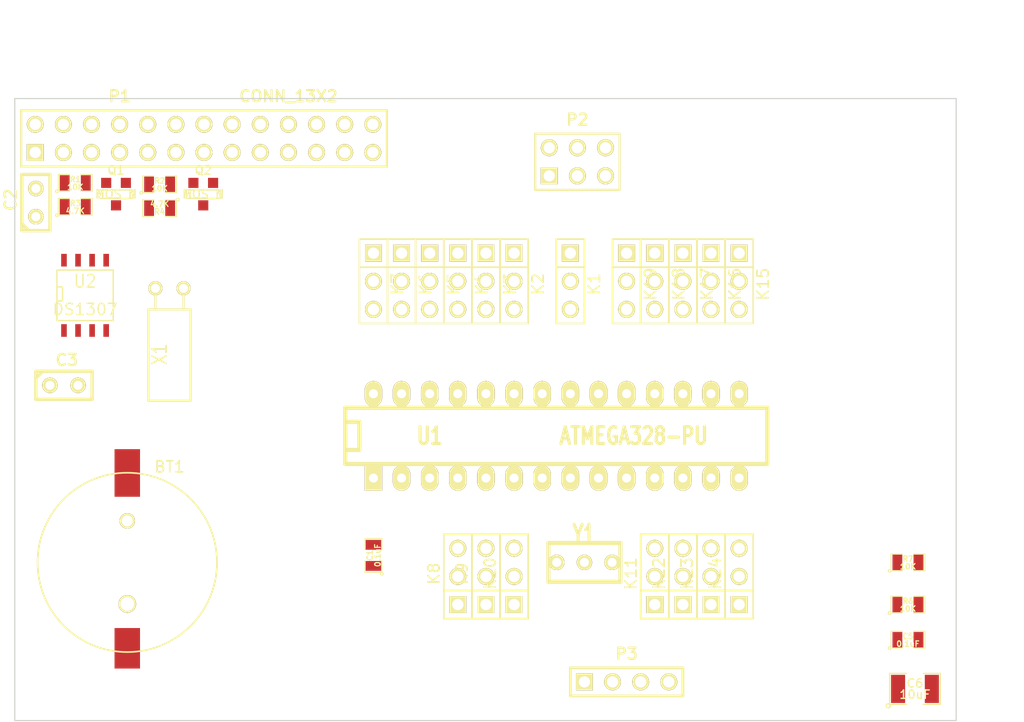
<source format=kicad_pcb>
(kicad_pcb (version 3) (host pcbnew "(2013-05-31 BZR 4019)-stable")

  (general
    (links 101)
    (no_connects 101)
    (area -1.2446 -8.549999 95.1 56.250001)
    (thickness 1.6)
    (drawings 6)
    (tracks 0)
    (zones 0)
    (modules 40)
    (nets 36)
  )

  (page A3)
  (layers
    (15 F.Cu signal)
    (0 B.Cu signal)
    (16 B.Adhes user)
    (17 F.Adhes user)
    (18 B.Paste user)
    (19 F.Paste user)
    (20 B.SilkS user)
    (21 F.SilkS user)
    (22 B.Mask user)
    (23 F.Mask user)
    (26 Eco1.User user)
    (28 Edge.Cuts user)
  )

  (setup
    (last_trace_width 0.254)
    (trace_clearance 0.254)
    (zone_clearance 0.508)
    (zone_45_only no)
    (trace_min 0.254)
    (segment_width 0.2)
    (edge_width 0.1)
    (via_size 0.889)
    (via_drill 0.635)
    (via_min_size 0.889)
    (via_min_drill 0.508)
    (uvia_size 0.508)
    (uvia_drill 0.127)
    (uvias_allowed no)
    (uvia_min_size 0.508)
    (uvia_min_drill 0.127)
    (pcb_text_width 0.3)
    (pcb_text_size 1.5 1.5)
    (mod_edge_width 0.15)
    (mod_text_size 1 1)
    (mod_text_width 0.15)
    (pad_size 1.5 1.5)
    (pad_drill 0.6)
    (pad_to_mask_clearance 0)
    (aux_axis_origin 0 0)
    (visible_elements FFFFFFBF)
    (pcbplotparams
      (layerselection 3178497)
      (usegerberextensions true)
      (excludeedgelayer true)
      (linewidth 0.150000)
      (plotframeref false)
      (viasonmask false)
      (mode 1)
      (useauxorigin false)
      (hpglpennumber 1)
      (hpglpenspeed 20)
      (hpglpendiameter 15)
      (hpglpenoverlay 2)
      (psnegative false)
      (psa4output false)
      (plotreference true)
      (plotvalue true)
      (plotothertext true)
      (plotinvisibletext false)
      (padsonsilk false)
      (subtractmaskfromsilk false)
      (outputformat 1)
      (mirror false)
      (drillshape 1)
      (scaleselection 1)
      (outputdirectory ""))
  )

  (net 0 "")
  (net 1 +3.3V)
  (net 2 +5V)
  (net 3 /Microprocessor/AD0)
  (net 4 /Microprocessor/AD1)
  (net 5 /Microprocessor/AD2)
  (net 6 /Microprocessor/AD3)
  (net 7 /Microprocessor/AD4)
  (net 8 /Microprocessor/AD5)
  (net 9 /Microprocessor/ARDRX)
  (net 10 /Microprocessor/ARDTX)
  (net 11 /Microprocessor/AREF)
  (net 12 /Microprocessor/D10)
  (net 13 /Microprocessor/D11)
  (net 14 /Microprocessor/D12)
  (net 15 /Microprocessor/D13)
  (net 16 /Microprocessor/D2)
  (net 17 /Microprocessor/D3)
  (net 18 /Microprocessor/D4)
  (net 19 /Microprocessor/D5)
  (net 20 /Microprocessor/D6)
  (net 21 /Microprocessor/D7)
  (net 22 /Microprocessor/D8)
  (net 23 /Microprocessor/D9)
  (net 24 /Microprocessor/RES0)
  (net 25 /Microprocessor/RES1)
  (net 26 /RTC/SCLK)
  (net 27 /RTC/SDA)
  (net 28 "/TxRx Transl/PIRX")
  (net 29 "/TxRx Transl/PITX")
  (net 30 GND)
  (net 31 N-0000056)
  (net 32 N-0000057)
  (net 33 N-0000058)
  (net 34 N-0000060)
  (net 35 N-0000061)

  (net_class Default "This is the default net class."
    (clearance 0.254)
    (trace_width 0.254)
    (via_dia 0.889)
    (via_drill 0.635)
    (uvia_dia 0.508)
    (uvia_drill 0.127)
    (add_net "")
    (add_net +3.3V)
    (add_net +5V)
    (add_net /Microprocessor/AD0)
    (add_net /Microprocessor/AD1)
    (add_net /Microprocessor/AD2)
    (add_net /Microprocessor/AD3)
    (add_net /Microprocessor/AD4)
    (add_net /Microprocessor/AD5)
    (add_net /Microprocessor/ARDRX)
    (add_net /Microprocessor/ARDTX)
    (add_net /Microprocessor/AREF)
    (add_net /Microprocessor/D10)
    (add_net /Microprocessor/D11)
    (add_net /Microprocessor/D12)
    (add_net /Microprocessor/D13)
    (add_net /Microprocessor/D2)
    (add_net /Microprocessor/D3)
    (add_net /Microprocessor/D4)
    (add_net /Microprocessor/D5)
    (add_net /Microprocessor/D6)
    (add_net /Microprocessor/D7)
    (add_net /Microprocessor/D8)
    (add_net /Microprocessor/D9)
    (add_net /Microprocessor/RES0)
    (add_net /Microprocessor/RES1)
    (add_net /RTC/SCLK)
    (add_net /RTC/SDA)
    (add_net "/TxRx Transl/PIRX")
    (add_net "/TxRx Transl/PITX")
    (add_net GND)
    (add_net N-0000056)
    (add_net N-0000057)
    (add_net N-0000058)
    (add_net N-0000060)
    (add_net N-0000061)
  )

  (module C1 (layer F.Cu) (tedit 3F92C496) (tstamp 5352BD61)
    (at 4.445 25.908)
    (descr "Condensateur e = 1 pas")
    (tags C)
    (path /53528EFF/5243451C)
    (fp_text reference C3 (at 0.254 -2.286) (layer F.SilkS)
      (effects (font (size 1.016 1.016) (thickness 0.2032)))
    )
    (fp_text value 0.1uF (at 0 -2.286) (layer F.SilkS) hide
      (effects (font (size 1.016 1.016) (thickness 0.2032)))
    )
    (fp_line (start -2.4892 -1.27) (end 2.54 -1.27) (layer F.SilkS) (width 0.3048))
    (fp_line (start 2.54 -1.27) (end 2.54 1.27) (layer F.SilkS) (width 0.3048))
    (fp_line (start 2.54 1.27) (end -2.54 1.27) (layer F.SilkS) (width 0.3048))
    (fp_line (start -2.54 1.27) (end -2.54 -1.27) (layer F.SilkS) (width 0.3048))
    (fp_line (start -2.54 -0.635) (end -1.905 -1.27) (layer F.SilkS) (width 0.3048))
    (pad 1 thru_hole circle (at -1.27 0) (size 1.397 1.397) (drill 0.8128)
      (layers *.Cu *.Mask F.SilkS)
      (net 2 +5V)
    )
    (pad 2 thru_hole circle (at 1.27 0) (size 1.397 1.397) (drill 0.8128)
      (layers *.Cu *.Mask F.SilkS)
      (net 30 GND)
    )
    (model discret/capa_1_pas.wrl
      (at (xyz 0 0 0))
      (scale (xyz 1 1 1))
      (rotate (xyz 0 0 0))
    )
  )

  (module C1 (layer F.Cu) (tedit 3F92C496) (tstamp 5352BD6C)
    (at 1.905 9.398 90)
    (descr "Condensateur e = 1 pas")
    (tags C)
    (path /53528EFF/4FF58BD9)
    (fp_text reference C2 (at 0.254 -2.286 90) (layer F.SilkS)
      (effects (font (size 1.016 1.016) (thickness 0.2032)))
    )
    (fp_text value 0.1uF (at 0 -2.286 90) (layer F.SilkS) hide
      (effects (font (size 1.016 1.016) (thickness 0.2032)))
    )
    (fp_line (start -2.4892 -1.27) (end 2.54 -1.27) (layer F.SilkS) (width 0.3048))
    (fp_line (start 2.54 -1.27) (end 2.54 1.27) (layer F.SilkS) (width 0.3048))
    (fp_line (start 2.54 1.27) (end -2.54 1.27) (layer F.SilkS) (width 0.3048))
    (fp_line (start -2.54 1.27) (end -2.54 -1.27) (layer F.SilkS) (width 0.3048))
    (fp_line (start -2.54 -0.635) (end -1.905 -1.27) (layer F.SilkS) (width 0.3048))
    (pad 1 thru_hole circle (at -1.27 0 90) (size 1.397 1.397) (drill 0.8128)
      (layers *.Cu *.Mask F.SilkS)
    )
    (pad 2 thru_hole circle (at 1.27 0 90) (size 1.397 1.397) (drill 0.8128)
      (layers *.Cu *.Mask F.SilkS)
      (net 31 N-0000056)
    )
    (model discret/capa_1_pas.wrl
      (at (xyz 0 0 0))
      (scale (xyz 1 1 1))
      (rotate (xyz 0 0 0))
    )
  )

  (module SOT23GDS (layer F.Cu) (tedit 50911E03) (tstamp 5353192E)
    (at 9.144 8.636)
    (descr "Module CMS SOT23 Transistore EBC")
    (tags "CMS SOT")
    (path /53528B14/5352872A)
    (attr smd)
    (fp_text reference Q1 (at 0 -2.159) (layer F.SilkS)
      (effects (font (size 0.762 0.762) (thickness 0.12954)))
    )
    (fp_text value MOS_N (at 0 0) (layer F.SilkS)
      (effects (font (size 0.762 0.762) (thickness 0.12954)))
    )
    (fp_line (start -1.524 -0.381) (end 1.524 -0.381) (layer F.SilkS) (width 0.11938))
    (fp_line (start 1.524 -0.381) (end 1.524 0.381) (layer F.SilkS) (width 0.11938))
    (fp_line (start 1.524 0.381) (end -1.524 0.381) (layer F.SilkS) (width 0.11938))
    (fp_line (start -1.524 0.381) (end -1.524 -0.381) (layer F.SilkS) (width 0.11938))
    (pad S smd rect (at -0.889 -1.016) (size 0.9144 0.9144)
      (layers F.Cu F.Paste F.Mask)
      (net 29 "/TxRx Transl/PITX")
    )
    (pad G smd rect (at 0.889 -1.016) (size 0.9144 0.9144)
      (layers F.Cu F.Paste F.Mask)
      (net 1 +3.3V)
    )
    (pad D smd rect (at 0 1.016) (size 0.9144 0.9144)
      (layers F.Cu F.Paste F.Mask)
      (net 9 /Microprocessor/ARDRX)
    )
    (model smd/cms_sot23.wrl
      (at (xyz 0 0 0))
      (scale (xyz 0.13 0.15 0.15))
      (rotate (xyz 0 0 0))
    )
  )

  (module SOT23GDS (layer F.Cu) (tedit 50911E03) (tstamp 53531939)
    (at 17.018 8.636)
    (descr "Module CMS SOT23 Transistore EBC")
    (tags "CMS SOT")
    (path /53528B14/535287CB)
    (attr smd)
    (fp_text reference Q2 (at 0 -2.159) (layer F.SilkS)
      (effects (font (size 0.762 0.762) (thickness 0.12954)))
    )
    (fp_text value MOS_N (at 0 0) (layer F.SilkS)
      (effects (font (size 0.762 0.762) (thickness 0.12954)))
    )
    (fp_line (start -1.524 -0.381) (end 1.524 -0.381) (layer F.SilkS) (width 0.11938))
    (fp_line (start 1.524 -0.381) (end 1.524 0.381) (layer F.SilkS) (width 0.11938))
    (fp_line (start 1.524 0.381) (end -1.524 0.381) (layer F.SilkS) (width 0.11938))
    (fp_line (start -1.524 0.381) (end -1.524 -0.381) (layer F.SilkS) (width 0.11938))
    (pad S smd rect (at -0.889 -1.016) (size 0.9144 0.9144)
      (layers F.Cu F.Paste F.Mask)
      (net 28 "/TxRx Transl/PIRX")
    )
    (pad G smd rect (at 0.889 -1.016) (size 0.9144 0.9144)
      (layers F.Cu F.Paste F.Mask)
      (net 1 +3.3V)
    )
    (pad D smd rect (at 0 1.016) (size 0.9144 0.9144)
      (layers F.Cu F.Paste F.Mask)
      (net 10 /Microprocessor/ARDTX)
    )
    (model smd/cms_sot23.wrl
      (at (xyz 0 0 0))
      (scale (xyz 0.13 0.15 0.15))
      (rotate (xyz 0 0 0))
    )
  )

  (module SM0805 (layer F.Cu) (tedit 5091495C) (tstamp 53531946)
    (at 5.461 7.62)
    (path /53528B14/5352878D)
    (attr smd)
    (fp_text reference R1 (at 0 -0.3175) (layer F.SilkS)
      (effects (font (size 0.50038 0.50038) (thickness 0.10922)))
    )
    (fp_text value 10K (at 0 0.381) (layer F.SilkS)
      (effects (font (size 0.50038 0.50038) (thickness 0.10922)))
    )
    (fp_circle (center -1.651 0.762) (end -1.651 0.635) (layer F.SilkS) (width 0.09906))
    (fp_line (start -0.508 0.762) (end -1.524 0.762) (layer F.SilkS) (width 0.09906))
    (fp_line (start -1.524 0.762) (end -1.524 -0.762) (layer F.SilkS) (width 0.09906))
    (fp_line (start -1.524 -0.762) (end -0.508 -0.762) (layer F.SilkS) (width 0.09906))
    (fp_line (start 0.508 -0.762) (end 1.524 -0.762) (layer F.SilkS) (width 0.09906))
    (fp_line (start 1.524 -0.762) (end 1.524 0.762) (layer F.SilkS) (width 0.09906))
    (fp_line (start 1.524 0.762) (end 0.508 0.762) (layer F.SilkS) (width 0.09906))
    (pad 1 smd rect (at -0.9525 0) (size 0.889 1.397)
      (layers F.Cu F.Paste F.Mask)
      (net 1 +3.3V)
    )
    (pad 2 smd rect (at 0.9525 0) (size 0.889 1.397)
      (layers F.Cu F.Paste F.Mask)
      (net 29 "/TxRx Transl/PITX")
    )
    (model smd/chip_cms.wrl
      (at (xyz 0 0 0))
      (scale (xyz 0.1 0.1 0.1))
      (rotate (xyz 0 0 0))
    )
  )

  (module SM0805 (layer F.Cu) (tedit 5091495C) (tstamp 53531953)
    (at 5.461 9.779)
    (path /53528B14/5352879C)
    (attr smd)
    (fp_text reference R3 (at 0 -0.3175) (layer F.SilkS)
      (effects (font (size 0.50038 0.50038) (thickness 0.10922)))
    )
    (fp_text value 4.7K (at 0 0.381) (layer F.SilkS)
      (effects (font (size 0.50038 0.50038) (thickness 0.10922)))
    )
    (fp_circle (center -1.651 0.762) (end -1.651 0.635) (layer F.SilkS) (width 0.09906))
    (fp_line (start -0.508 0.762) (end -1.524 0.762) (layer F.SilkS) (width 0.09906))
    (fp_line (start -1.524 0.762) (end -1.524 -0.762) (layer F.SilkS) (width 0.09906))
    (fp_line (start -1.524 -0.762) (end -0.508 -0.762) (layer F.SilkS) (width 0.09906))
    (fp_line (start 0.508 -0.762) (end 1.524 -0.762) (layer F.SilkS) (width 0.09906))
    (fp_line (start 1.524 -0.762) (end 1.524 0.762) (layer F.SilkS) (width 0.09906))
    (fp_line (start 1.524 0.762) (end 0.508 0.762) (layer F.SilkS) (width 0.09906))
    (pad 1 smd rect (at -0.9525 0) (size 0.889 1.397)
      (layers F.Cu F.Paste F.Mask)
      (net 2 +5V)
    )
    (pad 2 smd rect (at 0.9525 0) (size 0.889 1.397)
      (layers F.Cu F.Paste F.Mask)
      (net 9 /Microprocessor/ARDRX)
    )
    (model smd/chip_cms.wrl
      (at (xyz 0 0 0))
      (scale (xyz 0.1 0.1 0.1))
      (rotate (xyz 0 0 0))
    )
  )

  (module SM0805 (layer F.Cu) (tedit 5091495C) (tstamp 53531960)
    (at 13.081 7.747)
    (path /53528B14/535287D5)
    (attr smd)
    (fp_text reference R2 (at 0 -0.3175) (layer F.SilkS)
      (effects (font (size 0.50038 0.50038) (thickness 0.10922)))
    )
    (fp_text value 10K (at 0 0.381) (layer F.SilkS)
      (effects (font (size 0.50038 0.50038) (thickness 0.10922)))
    )
    (fp_circle (center -1.651 0.762) (end -1.651 0.635) (layer F.SilkS) (width 0.09906))
    (fp_line (start -0.508 0.762) (end -1.524 0.762) (layer F.SilkS) (width 0.09906))
    (fp_line (start -1.524 0.762) (end -1.524 -0.762) (layer F.SilkS) (width 0.09906))
    (fp_line (start -1.524 -0.762) (end -0.508 -0.762) (layer F.SilkS) (width 0.09906))
    (fp_line (start 0.508 -0.762) (end 1.524 -0.762) (layer F.SilkS) (width 0.09906))
    (fp_line (start 1.524 -0.762) (end 1.524 0.762) (layer F.SilkS) (width 0.09906))
    (fp_line (start 1.524 0.762) (end 0.508 0.762) (layer F.SilkS) (width 0.09906))
    (pad 1 smd rect (at -0.9525 0) (size 0.889 1.397)
      (layers F.Cu F.Paste F.Mask)
      (net 1 +3.3V)
    )
    (pad 2 smd rect (at 0.9525 0) (size 0.889 1.397)
      (layers F.Cu F.Paste F.Mask)
      (net 28 "/TxRx Transl/PIRX")
    )
    (model smd/chip_cms.wrl
      (at (xyz 0 0 0))
      (scale (xyz 0.1 0.1 0.1))
      (rotate (xyz 0 0 0))
    )
  )

  (module SM0805 (layer F.Cu) (tedit 5091495C) (tstamp 5353196D)
    (at 13.081 9.906 180)
    (path /53528B14/535287DB)
    (attr smd)
    (fp_text reference R4 (at 0 -0.3175 180) (layer F.SilkS)
      (effects (font (size 0.50038 0.50038) (thickness 0.10922)))
    )
    (fp_text value 4.7K (at 0 0.381 180) (layer F.SilkS)
      (effects (font (size 0.50038 0.50038) (thickness 0.10922)))
    )
    (fp_circle (center -1.651 0.762) (end -1.651 0.635) (layer F.SilkS) (width 0.09906))
    (fp_line (start -0.508 0.762) (end -1.524 0.762) (layer F.SilkS) (width 0.09906))
    (fp_line (start -1.524 0.762) (end -1.524 -0.762) (layer F.SilkS) (width 0.09906))
    (fp_line (start -1.524 -0.762) (end -0.508 -0.762) (layer F.SilkS) (width 0.09906))
    (fp_line (start 0.508 -0.762) (end 1.524 -0.762) (layer F.SilkS) (width 0.09906))
    (fp_line (start 1.524 -0.762) (end 1.524 0.762) (layer F.SilkS) (width 0.09906))
    (fp_line (start 1.524 0.762) (end 0.508 0.762) (layer F.SilkS) (width 0.09906))
    (pad 1 smd rect (at -0.9525 0 180) (size 0.889 1.397)
      (layers F.Cu F.Paste F.Mask)
      (net 10 /Microprocessor/ARDTX)
    )
    (pad 2 smd rect (at 0.9525 0 180) (size 0.889 1.397)
      (layers F.Cu F.Paste F.Mask)
      (net 2 +5V)
    )
    (model smd/chip_cms.wrl
      (at (xyz 0 0 0))
      (scale (xyz 0.1 0.1 0.1))
      (rotate (xyz 0 0 0))
    )
  )

  (module pin_array_13x2   locked (layer F.Cu) (tedit 5031D825) (tstamp 53531AA9)
    (at 17.09 3.6)
    (descr "2 x 13 pins connector")
    (tags CONN)
    (path /53529E25)
    (fp_text reference P1 (at -7.62 -3.81) (layer F.SilkS)
      (effects (font (size 1.016 1.016) (thickness 0.2032)))
    )
    (fp_text value CONN_13X2 (at 7.62 -3.81) (layer F.SilkS)
      (effects (font (size 1.016 1.016) (thickness 0.2032)))
    )
    (fp_line (start -16.51 2.54) (end 16.51 2.54) (layer F.SilkS) (width 0.2032))
    (fp_line (start 16.51 -2.54) (end -16.51 -2.54) (layer F.SilkS) (width 0.2032))
    (fp_line (start -16.51 -2.54) (end -16.51 2.54) (layer F.SilkS) (width 0.2032))
    (fp_line (start 16.51 2.54) (end 16.51 -2.54) (layer F.SilkS) (width 0.2032))
    (pad 1 thru_hole rect (at -15.24 1.27) (size 1.524 1.524) (drill 1.016)
      (layers *.Cu *.Mask F.SilkS)
      (net 1 +3.3V)
    )
    (pad 2 thru_hole circle (at -15.24 -1.27) (size 1.524 1.524) (drill 1.016)
      (layers *.Cu *.Mask F.SilkS)
      (net 2 +5V)
    )
    (pad 3 thru_hole circle (at -12.7 1.27) (size 1.524 1.524) (drill 1.016)
      (layers *.Cu *.Mask F.SilkS)
    )
    (pad 4 thru_hole circle (at -12.7 -1.27) (size 1.524 1.524) (drill 1.016)
      (layers *.Cu *.Mask F.SilkS)
    )
    (pad 5 thru_hole circle (at -10.16 1.27) (size 1.524 1.524) (drill 1.016)
      (layers *.Cu *.Mask F.SilkS)
    )
    (pad 6 thru_hole circle (at -10.16 -1.27) (size 1.524 1.524) (drill 1.016)
      (layers *.Cu *.Mask F.SilkS)
    )
    (pad 7 thru_hole circle (at -7.62 1.27) (size 1.524 1.524) (drill 1.016)
      (layers *.Cu *.Mask F.SilkS)
    )
    (pad 8 thru_hole circle (at -7.62 -1.27) (size 1.524 1.524) (drill 1.016)
      (layers *.Cu *.Mask F.SilkS)
      (net 29 "/TxRx Transl/PITX")
    )
    (pad 9 thru_hole circle (at -5.08 1.27) (size 1.524 1.524) (drill 1.016)
      (layers *.Cu *.Mask F.SilkS)
    )
    (pad 10 thru_hole circle (at -5.08 -1.27) (size 1.524 1.524) (drill 1.016)
      (layers *.Cu *.Mask F.SilkS)
      (net 28 "/TxRx Transl/PIRX")
    )
    (pad 11 thru_hole circle (at -2.54 1.27) (size 1.524 1.524) (drill 1.016)
      (layers *.Cu *.Mask F.SilkS)
    )
    (pad 12 thru_hole circle (at -2.54 -1.27) (size 1.524 1.524) (drill 1.016)
      (layers *.Cu *.Mask F.SilkS)
    )
    (pad 13 thru_hole circle (at 0 1.27) (size 1.524 1.524) (drill 1.016)
      (layers *.Cu *.Mask F.SilkS)
    )
    (pad 14 thru_hole circle (at 0 -1.27) (size 1.524 1.524) (drill 1.016)
      (layers *.Cu *.Mask F.SilkS)
    )
    (pad 15 thru_hole circle (at 2.54 1.27) (size 1.524 1.524) (drill 1.016)
      (layers *.Cu *.Mask F.SilkS)
    )
    (pad 16 thru_hole circle (at 2.54 -1.27) (size 1.524 1.524) (drill 1.016)
      (layers *.Cu *.Mask F.SilkS)
    )
    (pad 17 thru_hole circle (at 5.08 1.27) (size 1.524 1.524) (drill 1.016)
      (layers *.Cu *.Mask F.SilkS)
    )
    (pad 18 thru_hole circle (at 5.08 -1.27) (size 1.524 1.524) (drill 1.016)
      (layers *.Cu *.Mask F.SilkS)
    )
    (pad 19 thru_hole circle (at 7.62 1.27) (size 1.524 1.524) (drill 1.016)
      (layers *.Cu *.Mask F.SilkS)
    )
    (pad 20 thru_hole circle (at 7.62 -1.27) (size 1.524 1.524) (drill 1.016)
      (layers *.Cu *.Mask F.SilkS)
    )
    (pad 21 thru_hole circle (at 10.16 1.27) (size 1.524 1.524) (drill 1.016)
      (layers *.Cu *.Mask F.SilkS)
    )
    (pad 22 thru_hole circle (at 10.16 -1.27) (size 1.524 1.524) (drill 1.016)
      (layers *.Cu *.Mask F.SilkS)
    )
    (pad 23 thru_hole circle (at 12.7 1.27) (size 1.524 1.524) (drill 1.016)
      (layers *.Cu *.Mask F.SilkS)
    )
    (pad 24 thru_hole circle (at 12.7 -1.27) (size 1.524 1.524) (drill 1.016)
      (layers *.Cu *.Mask F.SilkS)
    )
    (pad 25 thru_hole circle (at 15.24 1.27) (size 1.524 1.524) (drill 1.016)
      (layers *.Cu *.Mask F.SilkS)
    )
    (pad 26 thru_hole circle (at 15.24 -1.27) (size 1.524 1.524) (drill 1.016)
      (layers *.Cu *.Mask F.SilkS)
    )
    (model pin_array/pins_array_13x2.wrl
      (at (xyz 0 0 0))
      (scale (xyz 1 1 1))
      (rotate (xyz 0 0 0))
    )
  )

  (module SM0805 (layer F.Cu) (tedit 5091495C) (tstamp 535358BC)
    (at 32.385 41.275 90)
    (path /53528EFF/524344FB)
    (attr smd)
    (fp_text reference C1 (at 0 -0.3175 90) (layer F.SilkS)
      (effects (font (size 0.50038 0.50038) (thickness 0.10922)))
    )
    (fp_text value 0.1uF (at 0 0.381 90) (layer F.SilkS)
      (effects (font (size 0.50038 0.50038) (thickness 0.10922)))
    )
    (fp_circle (center -1.651 0.762) (end -1.651 0.635) (layer F.SilkS) (width 0.09906))
    (fp_line (start -0.508 0.762) (end -1.524 0.762) (layer F.SilkS) (width 0.09906))
    (fp_line (start -1.524 0.762) (end -1.524 -0.762) (layer F.SilkS) (width 0.09906))
    (fp_line (start -1.524 -0.762) (end -0.508 -0.762) (layer F.SilkS) (width 0.09906))
    (fp_line (start 0.508 -0.762) (end 1.524 -0.762) (layer F.SilkS) (width 0.09906))
    (fp_line (start 1.524 -0.762) (end 1.524 0.762) (layer F.SilkS) (width 0.09906))
    (fp_line (start 1.524 0.762) (end 0.508 0.762) (layer F.SilkS) (width 0.09906))
    (pad 1 smd rect (at -0.9525 0 90) (size 0.889 1.397)
      (layers F.Cu F.Paste F.Mask)
      (net 2 +5V)
    )
    (pad 2 smd rect (at 0.9525 0 90) (size 0.889 1.397)
      (layers F.Cu F.Paste F.Mask)
      (net 30 GND)
    )
    (model smd/chip_cms.wrl
      (at (xyz 0 0 0))
      (scale (xyz 0.1 0.1 0.1))
      (rotate (xyz 0 0 0))
    )
  )

  (module RESON_3PIN (layer F.Cu) (tedit 500C78E2) (tstamp 535358C7)
    (at 51.435 41.91 270)
    (descr RESONATOR)
    (tags "RESONATOR, 3 PIN")
    (path /53528EFF/4FF58157)
    (fp_text reference Y1 (at -2.49936 0.0508 360) (layer F.SilkS)
      (effects (font (size 1.72974 1.08712) (thickness 0.27178)))
    )
    (fp_text value 16MHz (at 2.94894 -0.0508 360) (layer F.SilkS) hide
      (effects (font (size 1.524 1.016) (thickness 0.254)))
    )
    (fp_line (start -1.75006 3.2512) (end -1.75006 -3.2512) (layer F.SilkS) (width 0.381))
    (fp_line (start -1.75006 -3.2512) (end 1.75006 -3.2512) (layer F.SilkS) (width 0.381))
    (fp_line (start 1.75006 -3.2512) (end 1.75006 3.2512) (layer F.SilkS) (width 0.381))
    (fp_line (start 1.75006 3.2512) (end -1.75006 3.2512) (layer F.SilkS) (width 0.381))
    (pad 3 thru_hole circle (at 0 -2.49936) (size 1.397 1.397) (drill 0.8128)
      (layers *.Cu *.Mask F.SilkS)
      (net 25 /Microprocessor/RES1)
    )
    (pad 1 thru_hole circle (at 0 2.49936) (size 1.397 1.397) (drill 0.8128)
      (layers *.Cu *.Mask F.SilkS)
      (net 24 /Microprocessor/RES0)
    )
    (pad 2 thru_hole circle (at 0 0) (size 1.397 1.397) (drill 0.8128)
      (layers *.Cu *.Mask F.SilkS)
      (net 30 GND)
    )
  )

  (module PIN_ARRAY_3X1 (layer F.Cu) (tedit 4C1130E0) (tstamp 535358D3)
    (at 50.165 16.51 270)
    (descr "Connecteur 3 pins")
    (tags "CONN DEV")
    (path /53528EFF/4FFE104A)
    (fp_text reference K1 (at 0.254 -2.159 270) (layer F.SilkS)
      (effects (font (size 1.016 1.016) (thickness 0.1524)))
    )
    (fp_text value CONN_3 (at 0 -2.159 270) (layer F.SilkS) hide
      (effects (font (size 1.016 1.016) (thickness 0.1524)))
    )
    (fp_line (start -3.81 1.27) (end -3.81 -1.27) (layer F.SilkS) (width 0.1524))
    (fp_line (start -3.81 -1.27) (end 3.81 -1.27) (layer F.SilkS) (width 0.1524))
    (fp_line (start 3.81 -1.27) (end 3.81 1.27) (layer F.SilkS) (width 0.1524))
    (fp_line (start 3.81 1.27) (end -3.81 1.27) (layer F.SilkS) (width 0.1524))
    (fp_line (start -1.27 -1.27) (end -1.27 1.27) (layer F.SilkS) (width 0.1524))
    (pad 1 thru_hole rect (at -2.54 0 270) (size 1.524 1.524) (drill 1.016)
      (layers *.Cu *.Mask F.SilkS)
      (net 2 +5V)
    )
    (pad 2 thru_hole circle (at 0 0 270) (size 1.524 1.524) (drill 1.016)
      (layers *.Cu *.Mask F.SilkS)
      (net 32 N-0000057)
    )
    (pad 3 thru_hole circle (at 2.54 0 270) (size 1.524 1.524) (drill 1.016)
      (layers *.Cu *.Mask F.SilkS)
      (net 11 /Microprocessor/AREF)
    )
    (model pin_array/pins_array_3x1.wrl
      (at (xyz 0 0 0))
      (scale (xyz 1 1 1))
      (rotate (xyz 0 0 0))
    )
  )

  (module PIN_ARRAY_3X1 (layer F.Cu) (tedit 4C1130E0) (tstamp 535358DF)
    (at 40.005 43.18 90)
    (descr "Connecteur 3 pins")
    (tags "CONN DEV")
    (path /53528EFF/4FF81C4F)
    (fp_text reference K8 (at 0.254 -2.159 90) (layer F.SilkS)
      (effects (font (size 1.016 1.016) (thickness 0.1524)))
    )
    (fp_text value CONN_3 (at 0 -2.159 90) (layer F.SilkS) hide
      (effects (font (size 1.016 1.016) (thickness 0.1524)))
    )
    (fp_line (start -3.81 1.27) (end -3.81 -1.27) (layer F.SilkS) (width 0.1524))
    (fp_line (start -3.81 -1.27) (end 3.81 -1.27) (layer F.SilkS) (width 0.1524))
    (fp_line (start 3.81 -1.27) (end 3.81 1.27) (layer F.SilkS) (width 0.1524))
    (fp_line (start 3.81 1.27) (end -3.81 1.27) (layer F.SilkS) (width 0.1524))
    (fp_line (start -1.27 -1.27) (end -1.27 1.27) (layer F.SilkS) (width 0.1524))
    (pad 1 thru_hole rect (at -2.54 0 90) (size 1.524 1.524) (drill 1.016)
      (layers *.Cu *.Mask F.SilkS)
      (net 30 GND)
    )
    (pad 2 thru_hole circle (at 0 0 90) (size 1.524 1.524) (drill 1.016)
      (layers *.Cu *.Mask F.SilkS)
      (net 2 +5V)
    )
    (pad 3 thru_hole circle (at 2.54 0 90) (size 1.524 1.524) (drill 1.016)
      (layers *.Cu *.Mask F.SilkS)
      (net 16 /Microprocessor/D2)
    )
    (model pin_array/pins_array_3x1.wrl
      (at (xyz 0 0 0))
      (scale (xyz 1 1 1))
      (rotate (xyz 0 0 0))
    )
  )

  (module PIN_ARRAY_3X1 (layer F.Cu) (tedit 4C1130E0) (tstamp 535358EB)
    (at 42.545 43.18 90)
    (descr "Connecteur 3 pins")
    (tags "CONN DEV")
    (path /53528EFF/4FF81C53)
    (fp_text reference K9 (at 0.254 -2.159 90) (layer F.SilkS)
      (effects (font (size 1.016 1.016) (thickness 0.1524)))
    )
    (fp_text value CONN_3 (at 0 -2.159 90) (layer F.SilkS) hide
      (effects (font (size 1.016 1.016) (thickness 0.1524)))
    )
    (fp_line (start -3.81 1.27) (end -3.81 -1.27) (layer F.SilkS) (width 0.1524))
    (fp_line (start -3.81 -1.27) (end 3.81 -1.27) (layer F.SilkS) (width 0.1524))
    (fp_line (start 3.81 -1.27) (end 3.81 1.27) (layer F.SilkS) (width 0.1524))
    (fp_line (start 3.81 1.27) (end -3.81 1.27) (layer F.SilkS) (width 0.1524))
    (fp_line (start -1.27 -1.27) (end -1.27 1.27) (layer F.SilkS) (width 0.1524))
    (pad 1 thru_hole rect (at -2.54 0 90) (size 1.524 1.524) (drill 1.016)
      (layers *.Cu *.Mask F.SilkS)
      (net 30 GND)
    )
    (pad 2 thru_hole circle (at 0 0 90) (size 1.524 1.524) (drill 1.016)
      (layers *.Cu *.Mask F.SilkS)
      (net 2 +5V)
    )
    (pad 3 thru_hole circle (at 2.54 0 90) (size 1.524 1.524) (drill 1.016)
      (layers *.Cu *.Mask F.SilkS)
      (net 17 /Microprocessor/D3)
    )
    (model pin_array/pins_array_3x1.wrl
      (at (xyz 0 0 0))
      (scale (xyz 1 1 1))
      (rotate (xyz 0 0 0))
    )
  )

  (module PIN_ARRAY_3X1 (layer F.Cu) (tedit 4C1130E0) (tstamp 535358F7)
    (at 62.865 43.18 90)
    (descr "Connecteur 3 pins")
    (tags "CONN DEV")
    (path /53528EFF/4FF81C6E)
    (fp_text reference K13 (at 0.254 -2.159 90) (layer F.SilkS)
      (effects (font (size 1.016 1.016) (thickness 0.1524)))
    )
    (fp_text value CONN_3 (at 0 -2.159 90) (layer F.SilkS) hide
      (effects (font (size 1.016 1.016) (thickness 0.1524)))
    )
    (fp_line (start -3.81 1.27) (end -3.81 -1.27) (layer F.SilkS) (width 0.1524))
    (fp_line (start -3.81 -1.27) (end 3.81 -1.27) (layer F.SilkS) (width 0.1524))
    (fp_line (start 3.81 -1.27) (end 3.81 1.27) (layer F.SilkS) (width 0.1524))
    (fp_line (start 3.81 1.27) (end -3.81 1.27) (layer F.SilkS) (width 0.1524))
    (fp_line (start -1.27 -1.27) (end -1.27 1.27) (layer F.SilkS) (width 0.1524))
    (pad 1 thru_hole rect (at -2.54 0 90) (size 1.524 1.524) (drill 1.016)
      (layers *.Cu *.Mask F.SilkS)
      (net 30 GND)
    )
    (pad 2 thru_hole circle (at 0 0 90) (size 1.524 1.524) (drill 1.016)
      (layers *.Cu *.Mask F.SilkS)
      (net 2 +5V)
    )
    (pad 3 thru_hole circle (at 2.54 0 90) (size 1.524 1.524) (drill 1.016)
      (layers *.Cu *.Mask F.SilkS)
      (net 21 /Microprocessor/D7)
    )
    (model pin_array/pins_array_3x1.wrl
      (at (xyz 0 0 0))
      (scale (xyz 1 1 1))
      (rotate (xyz 0 0 0))
    )
  )

  (module PIN_ARRAY_3X1 (layer F.Cu) (tedit 4C1130E0) (tstamp 53535903)
    (at 60.325 43.18 90)
    (descr "Connecteur 3 pins")
    (tags "CONN DEV")
    (path /53528EFF/4FF81C6F)
    (fp_text reference K12 (at 0.254 -2.159 90) (layer F.SilkS)
      (effects (font (size 1.016 1.016) (thickness 0.1524)))
    )
    (fp_text value CONN_3 (at 0 -2.159 90) (layer F.SilkS) hide
      (effects (font (size 1.016 1.016) (thickness 0.1524)))
    )
    (fp_line (start -3.81 1.27) (end -3.81 -1.27) (layer F.SilkS) (width 0.1524))
    (fp_line (start -3.81 -1.27) (end 3.81 -1.27) (layer F.SilkS) (width 0.1524))
    (fp_line (start 3.81 -1.27) (end 3.81 1.27) (layer F.SilkS) (width 0.1524))
    (fp_line (start 3.81 1.27) (end -3.81 1.27) (layer F.SilkS) (width 0.1524))
    (fp_line (start -1.27 -1.27) (end -1.27 1.27) (layer F.SilkS) (width 0.1524))
    (pad 1 thru_hole rect (at -2.54 0 90) (size 1.524 1.524) (drill 1.016)
      (layers *.Cu *.Mask F.SilkS)
      (net 30 GND)
    )
    (pad 2 thru_hole circle (at 0 0 90) (size 1.524 1.524) (drill 1.016)
      (layers *.Cu *.Mask F.SilkS)
      (net 2 +5V)
    )
    (pad 3 thru_hole circle (at 2.54 0 90) (size 1.524 1.524) (drill 1.016)
      (layers *.Cu *.Mask F.SilkS)
      (net 20 /Microprocessor/D6)
    )
    (model pin_array/pins_array_3x1.wrl
      (at (xyz 0 0 0))
      (scale (xyz 1 1 1))
      (rotate (xyz 0 0 0))
    )
  )

  (module PIN_ARRAY_3X1 (layer F.Cu) (tedit 4C1130E0) (tstamp 5353590F)
    (at 57.785 43.18 90)
    (descr "Connecteur 3 pins")
    (tags "CONN DEV")
    (path /53528EFF/4FF81C70)
    (fp_text reference K11 (at 0.254 -2.159 90) (layer F.SilkS)
      (effects (font (size 1.016 1.016) (thickness 0.1524)))
    )
    (fp_text value CONN_3 (at 0 -2.159 90) (layer F.SilkS) hide
      (effects (font (size 1.016 1.016) (thickness 0.1524)))
    )
    (fp_line (start -3.81 1.27) (end -3.81 -1.27) (layer F.SilkS) (width 0.1524))
    (fp_line (start -3.81 -1.27) (end 3.81 -1.27) (layer F.SilkS) (width 0.1524))
    (fp_line (start 3.81 -1.27) (end 3.81 1.27) (layer F.SilkS) (width 0.1524))
    (fp_line (start 3.81 1.27) (end -3.81 1.27) (layer F.SilkS) (width 0.1524))
    (fp_line (start -1.27 -1.27) (end -1.27 1.27) (layer F.SilkS) (width 0.1524))
    (pad 1 thru_hole rect (at -2.54 0 90) (size 1.524 1.524) (drill 1.016)
      (layers *.Cu *.Mask F.SilkS)
      (net 30 GND)
    )
    (pad 2 thru_hole circle (at 0 0 90) (size 1.524 1.524) (drill 1.016)
      (layers *.Cu *.Mask F.SilkS)
      (net 2 +5V)
    )
    (pad 3 thru_hole circle (at 2.54 0 90) (size 1.524 1.524) (drill 1.016)
      (layers *.Cu *.Mask F.SilkS)
      (net 19 /Microprocessor/D5)
    )
    (model pin_array/pins_array_3x1.wrl
      (at (xyz 0 0 0))
      (scale (xyz 1 1 1))
      (rotate (xyz 0 0 0))
    )
  )

  (module PIN_ARRAY_3X1 (layer F.Cu) (tedit 4C1130E0) (tstamp 5353591B)
    (at 45.085 43.18 90)
    (descr "Connecteur 3 pins")
    (tags "CONN DEV")
    (path /53528EFF/4FF81C71)
    (fp_text reference K10 (at 0.254 -2.159 90) (layer F.SilkS)
      (effects (font (size 1.016 1.016) (thickness 0.1524)))
    )
    (fp_text value CONN_3 (at 0 -2.159 90) (layer F.SilkS) hide
      (effects (font (size 1.016 1.016) (thickness 0.1524)))
    )
    (fp_line (start -3.81 1.27) (end -3.81 -1.27) (layer F.SilkS) (width 0.1524))
    (fp_line (start -3.81 -1.27) (end 3.81 -1.27) (layer F.SilkS) (width 0.1524))
    (fp_line (start 3.81 -1.27) (end 3.81 1.27) (layer F.SilkS) (width 0.1524))
    (fp_line (start 3.81 1.27) (end -3.81 1.27) (layer F.SilkS) (width 0.1524))
    (fp_line (start -1.27 -1.27) (end -1.27 1.27) (layer F.SilkS) (width 0.1524))
    (pad 1 thru_hole rect (at -2.54 0 90) (size 1.524 1.524) (drill 1.016)
      (layers *.Cu *.Mask F.SilkS)
      (net 30 GND)
    )
    (pad 2 thru_hole circle (at 0 0 90) (size 1.524 1.524) (drill 1.016)
      (layers *.Cu *.Mask F.SilkS)
      (net 2 +5V)
    )
    (pad 3 thru_hole circle (at 2.54 0 90) (size 1.524 1.524) (drill 1.016)
      (layers *.Cu *.Mask F.SilkS)
      (net 18 /Microprocessor/D4)
    )
    (model pin_array/pins_array_3x1.wrl
      (at (xyz 0 0 0))
      (scale (xyz 1 1 1))
      (rotate (xyz 0 0 0))
    )
  )

  (module PIN_ARRAY_3X1 (layer F.Cu) (tedit 4C1130E0) (tstamp 53535927)
    (at 34.925 16.51 270)
    (descr "Connecteur 3 pins")
    (tags "CONN DEV")
    (path /53528EFF/4FF81C8C)
    (fp_text reference K6 (at 0.254 -2.159 270) (layer F.SilkS)
      (effects (font (size 1.016 1.016) (thickness 0.1524)))
    )
    (fp_text value CONN_3 (at 0 -2.159 270) (layer F.SilkS) hide
      (effects (font (size 1.016 1.016) (thickness 0.1524)))
    )
    (fp_line (start -3.81 1.27) (end -3.81 -1.27) (layer F.SilkS) (width 0.1524))
    (fp_line (start -3.81 -1.27) (end 3.81 -1.27) (layer F.SilkS) (width 0.1524))
    (fp_line (start 3.81 -1.27) (end 3.81 1.27) (layer F.SilkS) (width 0.1524))
    (fp_line (start 3.81 1.27) (end -3.81 1.27) (layer F.SilkS) (width 0.1524))
    (fp_line (start -1.27 -1.27) (end -1.27 1.27) (layer F.SilkS) (width 0.1524))
    (pad 1 thru_hole rect (at -2.54 0 270) (size 1.524 1.524) (drill 1.016)
      (layers *.Cu *.Mask F.SilkS)
      (net 30 GND)
    )
    (pad 2 thru_hole circle (at 0 0 270) (size 1.524 1.524) (drill 1.016)
      (layers *.Cu *.Mask F.SilkS)
      (net 32 N-0000057)
    )
    (pad 3 thru_hole circle (at 2.54 0 270) (size 1.524 1.524) (drill 1.016)
      (layers *.Cu *.Mask F.SilkS)
      (net 7 /Microprocessor/AD4)
    )
    (model pin_array/pins_array_3x1.wrl
      (at (xyz 0 0 0))
      (scale (xyz 1 1 1))
      (rotate (xyz 0 0 0))
    )
  )

  (module PIN_ARRAY_3X1 (layer F.Cu) (tedit 4C1130E0) (tstamp 53535933)
    (at 32.385 16.51 270)
    (descr "Connecteur 3 pins")
    (tags "CONN DEV")
    (path /53528EFF/4FF81C8D)
    (fp_text reference K7 (at 0.254 -2.159 270) (layer F.SilkS)
      (effects (font (size 1.016 1.016) (thickness 0.1524)))
    )
    (fp_text value CONN_3 (at 0 -2.159 270) (layer F.SilkS) hide
      (effects (font (size 1.016 1.016) (thickness 0.1524)))
    )
    (fp_line (start -3.81 1.27) (end -3.81 -1.27) (layer F.SilkS) (width 0.1524))
    (fp_line (start -3.81 -1.27) (end 3.81 -1.27) (layer F.SilkS) (width 0.1524))
    (fp_line (start 3.81 -1.27) (end 3.81 1.27) (layer F.SilkS) (width 0.1524))
    (fp_line (start 3.81 1.27) (end -3.81 1.27) (layer F.SilkS) (width 0.1524))
    (fp_line (start -1.27 -1.27) (end -1.27 1.27) (layer F.SilkS) (width 0.1524))
    (pad 1 thru_hole rect (at -2.54 0 270) (size 1.524 1.524) (drill 1.016)
      (layers *.Cu *.Mask F.SilkS)
      (net 30 GND)
    )
    (pad 2 thru_hole circle (at 0 0 270) (size 1.524 1.524) (drill 1.016)
      (layers *.Cu *.Mask F.SilkS)
      (net 32 N-0000057)
    )
    (pad 3 thru_hole circle (at 2.54 0 270) (size 1.524 1.524) (drill 1.016)
      (layers *.Cu *.Mask F.SilkS)
      (net 8 /Microprocessor/AD5)
    )
    (model pin_array/pins_array_3x1.wrl
      (at (xyz 0 0 0))
      (scale (xyz 1 1 1))
      (rotate (xyz 0 0 0))
    )
  )

  (module PIN_ARRAY_3X1 (layer F.Cu) (tedit 4C1130E0) (tstamp 5353593F)
    (at 40.005 16.51 270)
    (descr "Connecteur 3 pins")
    (tags "CONN DEV")
    (path /53528EFF/4FF81C8F)
    (fp_text reference K4 (at 0.254 -2.159 270) (layer F.SilkS)
      (effects (font (size 1.016 1.016) (thickness 0.1524)))
    )
    (fp_text value CONN_3 (at 0 -2.159 270) (layer F.SilkS) hide
      (effects (font (size 1.016 1.016) (thickness 0.1524)))
    )
    (fp_line (start -3.81 1.27) (end -3.81 -1.27) (layer F.SilkS) (width 0.1524))
    (fp_line (start -3.81 -1.27) (end 3.81 -1.27) (layer F.SilkS) (width 0.1524))
    (fp_line (start 3.81 -1.27) (end 3.81 1.27) (layer F.SilkS) (width 0.1524))
    (fp_line (start 3.81 1.27) (end -3.81 1.27) (layer F.SilkS) (width 0.1524))
    (fp_line (start -1.27 -1.27) (end -1.27 1.27) (layer F.SilkS) (width 0.1524))
    (pad 1 thru_hole rect (at -2.54 0 270) (size 1.524 1.524) (drill 1.016)
      (layers *.Cu *.Mask F.SilkS)
      (net 30 GND)
    )
    (pad 2 thru_hole circle (at 0 0 270) (size 1.524 1.524) (drill 1.016)
      (layers *.Cu *.Mask F.SilkS)
      (net 32 N-0000057)
    )
    (pad 3 thru_hole circle (at 2.54 0 270) (size 1.524 1.524) (drill 1.016)
      (layers *.Cu *.Mask F.SilkS)
      (net 5 /Microprocessor/AD2)
    )
    (model pin_array/pins_array_3x1.wrl
      (at (xyz 0 0 0))
      (scale (xyz 1 1 1))
      (rotate (xyz 0 0 0))
    )
  )

  (module PIN_ARRAY_3X1 (layer F.Cu) (tedit 4C1130E0) (tstamp 5353594B)
    (at 42.545 16.51 270)
    (descr "Connecteur 3 pins")
    (tags "CONN DEV")
    (path /53528EFF/4FF81C90)
    (fp_text reference K3 (at 0.254 -2.159 270) (layer F.SilkS)
      (effects (font (size 1.016 1.016) (thickness 0.1524)))
    )
    (fp_text value CONN_3 (at 0 -2.159 270) (layer F.SilkS) hide
      (effects (font (size 1.016 1.016) (thickness 0.1524)))
    )
    (fp_line (start -3.81 1.27) (end -3.81 -1.27) (layer F.SilkS) (width 0.1524))
    (fp_line (start -3.81 -1.27) (end 3.81 -1.27) (layer F.SilkS) (width 0.1524))
    (fp_line (start 3.81 -1.27) (end 3.81 1.27) (layer F.SilkS) (width 0.1524))
    (fp_line (start 3.81 1.27) (end -3.81 1.27) (layer F.SilkS) (width 0.1524))
    (fp_line (start -1.27 -1.27) (end -1.27 1.27) (layer F.SilkS) (width 0.1524))
    (pad 1 thru_hole rect (at -2.54 0 270) (size 1.524 1.524) (drill 1.016)
      (layers *.Cu *.Mask F.SilkS)
      (net 30 GND)
    )
    (pad 2 thru_hole circle (at 0 0 270) (size 1.524 1.524) (drill 1.016)
      (layers *.Cu *.Mask F.SilkS)
      (net 32 N-0000057)
    )
    (pad 3 thru_hole circle (at 2.54 0 270) (size 1.524 1.524) (drill 1.016)
      (layers *.Cu *.Mask F.SilkS)
      (net 4 /Microprocessor/AD1)
    )
    (model pin_array/pins_array_3x1.wrl
      (at (xyz 0 0 0))
      (scale (xyz 1 1 1))
      (rotate (xyz 0 0 0))
    )
  )

  (module PIN_ARRAY_3X1 (layer F.Cu) (tedit 4C1130E0) (tstamp 53535957)
    (at 45.085 16.51 270)
    (descr "Connecteur 3 pins")
    (tags "CONN DEV")
    (path /53528EFF/4FF81C91)
    (fp_text reference K2 (at 0.254 -2.159 270) (layer F.SilkS)
      (effects (font (size 1.016 1.016) (thickness 0.1524)))
    )
    (fp_text value CONN_3 (at 0 -2.159 270) (layer F.SilkS) hide
      (effects (font (size 1.016 1.016) (thickness 0.1524)))
    )
    (fp_line (start -3.81 1.27) (end -3.81 -1.27) (layer F.SilkS) (width 0.1524))
    (fp_line (start -3.81 -1.27) (end 3.81 -1.27) (layer F.SilkS) (width 0.1524))
    (fp_line (start 3.81 -1.27) (end 3.81 1.27) (layer F.SilkS) (width 0.1524))
    (fp_line (start 3.81 1.27) (end -3.81 1.27) (layer F.SilkS) (width 0.1524))
    (fp_line (start -1.27 -1.27) (end -1.27 1.27) (layer F.SilkS) (width 0.1524))
    (pad 1 thru_hole rect (at -2.54 0 270) (size 1.524 1.524) (drill 1.016)
      (layers *.Cu *.Mask F.SilkS)
      (net 30 GND)
    )
    (pad 2 thru_hole circle (at 0 0 270) (size 1.524 1.524) (drill 1.016)
      (layers *.Cu *.Mask F.SilkS)
      (net 32 N-0000057)
    )
    (pad 3 thru_hole circle (at 2.54 0 270) (size 1.524 1.524) (drill 1.016)
      (layers *.Cu *.Mask F.SilkS)
      (net 3 /Microprocessor/AD0)
    )
    (model pin_array/pins_array_3x1.wrl
      (at (xyz 0 0 0))
      (scale (xyz 1 1 1))
      (rotate (xyz 0 0 0))
    )
  )

  (module PIN_ARRAY_3X1 (layer F.Cu) (tedit 4C1130E0) (tstamp 53535963)
    (at 65.405 43.18 90)
    (descr "Connecteur 3 pins")
    (tags "CONN DEV")
    (path /53528EFF/4FF81C9A)
    (fp_text reference K14 (at 0.254 -2.159 90) (layer F.SilkS)
      (effects (font (size 1.016 1.016) (thickness 0.1524)))
    )
    (fp_text value CONN_3 (at 0 -2.159 90) (layer F.SilkS) hide
      (effects (font (size 1.016 1.016) (thickness 0.1524)))
    )
    (fp_line (start -3.81 1.27) (end -3.81 -1.27) (layer F.SilkS) (width 0.1524))
    (fp_line (start -3.81 -1.27) (end 3.81 -1.27) (layer F.SilkS) (width 0.1524))
    (fp_line (start 3.81 -1.27) (end 3.81 1.27) (layer F.SilkS) (width 0.1524))
    (fp_line (start 3.81 1.27) (end -3.81 1.27) (layer F.SilkS) (width 0.1524))
    (fp_line (start -1.27 -1.27) (end -1.27 1.27) (layer F.SilkS) (width 0.1524))
    (pad 1 thru_hole rect (at -2.54 0 90) (size 1.524 1.524) (drill 1.016)
      (layers *.Cu *.Mask F.SilkS)
      (net 30 GND)
    )
    (pad 2 thru_hole circle (at 0 0 90) (size 1.524 1.524) (drill 1.016)
      (layers *.Cu *.Mask F.SilkS)
      (net 2 +5V)
    )
    (pad 3 thru_hole circle (at 2.54 0 90) (size 1.524 1.524) (drill 1.016)
      (layers *.Cu *.Mask F.SilkS)
      (net 22 /Microprocessor/D8)
    )
    (model pin_array/pins_array_3x1.wrl
      (at (xyz 0 0 0))
      (scale (xyz 1 1 1))
      (rotate (xyz 0 0 0))
    )
  )

  (module PIN_ARRAY_3X1 (layer F.Cu) (tedit 4C1130E0) (tstamp 5353596F)
    (at 65.405 16.51 270)
    (descr "Connecteur 3 pins")
    (tags "CONN DEV")
    (path /53528EFF/4FF81C9B)
    (fp_text reference K15 (at 0.254 -2.159 270) (layer F.SilkS)
      (effects (font (size 1.016 1.016) (thickness 0.1524)))
    )
    (fp_text value CONN_3 (at 0 -2.159 270) (layer F.SilkS) hide
      (effects (font (size 1.016 1.016) (thickness 0.1524)))
    )
    (fp_line (start -3.81 1.27) (end -3.81 -1.27) (layer F.SilkS) (width 0.1524))
    (fp_line (start -3.81 -1.27) (end 3.81 -1.27) (layer F.SilkS) (width 0.1524))
    (fp_line (start 3.81 -1.27) (end 3.81 1.27) (layer F.SilkS) (width 0.1524))
    (fp_line (start 3.81 1.27) (end -3.81 1.27) (layer F.SilkS) (width 0.1524))
    (fp_line (start -1.27 -1.27) (end -1.27 1.27) (layer F.SilkS) (width 0.1524))
    (pad 1 thru_hole rect (at -2.54 0 270) (size 1.524 1.524) (drill 1.016)
      (layers *.Cu *.Mask F.SilkS)
      (net 30 GND)
    )
    (pad 2 thru_hole circle (at 0 0 270) (size 1.524 1.524) (drill 1.016)
      (layers *.Cu *.Mask F.SilkS)
      (net 2 +5V)
    )
    (pad 3 thru_hole circle (at 2.54 0 270) (size 1.524 1.524) (drill 1.016)
      (layers *.Cu *.Mask F.SilkS)
      (net 23 /Microprocessor/D9)
    )
    (model pin_array/pins_array_3x1.wrl
      (at (xyz 0 0 0))
      (scale (xyz 1 1 1))
      (rotate (xyz 0 0 0))
    )
  )

  (module PIN_ARRAY_3X1 (layer F.Cu) (tedit 4C1130E0) (tstamp 5353597B)
    (at 62.865 16.51 270)
    (descr "Connecteur 3 pins")
    (tags "CONN DEV")
    (path /53528EFF/4FF81C9C)
    (fp_text reference K16 (at 0.254 -2.159 270) (layer F.SilkS)
      (effects (font (size 1.016 1.016) (thickness 0.1524)))
    )
    (fp_text value CONN_3 (at 0 -2.159 270) (layer F.SilkS) hide
      (effects (font (size 1.016 1.016) (thickness 0.1524)))
    )
    (fp_line (start -3.81 1.27) (end -3.81 -1.27) (layer F.SilkS) (width 0.1524))
    (fp_line (start -3.81 -1.27) (end 3.81 -1.27) (layer F.SilkS) (width 0.1524))
    (fp_line (start 3.81 -1.27) (end 3.81 1.27) (layer F.SilkS) (width 0.1524))
    (fp_line (start 3.81 1.27) (end -3.81 1.27) (layer F.SilkS) (width 0.1524))
    (fp_line (start -1.27 -1.27) (end -1.27 1.27) (layer F.SilkS) (width 0.1524))
    (pad 1 thru_hole rect (at -2.54 0 270) (size 1.524 1.524) (drill 1.016)
      (layers *.Cu *.Mask F.SilkS)
      (net 30 GND)
    )
    (pad 2 thru_hole circle (at 0 0 270) (size 1.524 1.524) (drill 1.016)
      (layers *.Cu *.Mask F.SilkS)
      (net 2 +5V)
    )
    (pad 3 thru_hole circle (at 2.54 0 270) (size 1.524 1.524) (drill 1.016)
      (layers *.Cu *.Mask F.SilkS)
      (net 12 /Microprocessor/D10)
    )
    (model pin_array/pins_array_3x1.wrl
      (at (xyz 0 0 0))
      (scale (xyz 1 1 1))
      (rotate (xyz 0 0 0))
    )
  )

  (module PIN_ARRAY_3X1 (layer F.Cu) (tedit 4C1130E0) (tstamp 53535987)
    (at 60.325 16.51 270)
    (descr "Connecteur 3 pins")
    (tags "CONN DEV")
    (path /53528EFF/4FF81C9D)
    (fp_text reference K17 (at 0.254 -2.159 270) (layer F.SilkS)
      (effects (font (size 1.016 1.016) (thickness 0.1524)))
    )
    (fp_text value CONN_3 (at 0 -2.159 270) (layer F.SilkS) hide
      (effects (font (size 1.016 1.016) (thickness 0.1524)))
    )
    (fp_line (start -3.81 1.27) (end -3.81 -1.27) (layer F.SilkS) (width 0.1524))
    (fp_line (start -3.81 -1.27) (end 3.81 -1.27) (layer F.SilkS) (width 0.1524))
    (fp_line (start 3.81 -1.27) (end 3.81 1.27) (layer F.SilkS) (width 0.1524))
    (fp_line (start 3.81 1.27) (end -3.81 1.27) (layer F.SilkS) (width 0.1524))
    (fp_line (start -1.27 -1.27) (end -1.27 1.27) (layer F.SilkS) (width 0.1524))
    (pad 1 thru_hole rect (at -2.54 0 270) (size 1.524 1.524) (drill 1.016)
      (layers *.Cu *.Mask F.SilkS)
      (net 30 GND)
    )
    (pad 2 thru_hole circle (at 0 0 270) (size 1.524 1.524) (drill 1.016)
      (layers *.Cu *.Mask F.SilkS)
      (net 2 +5V)
    )
    (pad 3 thru_hole circle (at 2.54 0 270) (size 1.524 1.524) (drill 1.016)
      (layers *.Cu *.Mask F.SilkS)
      (net 13 /Microprocessor/D11)
    )
    (model pin_array/pins_array_3x1.wrl
      (at (xyz 0 0 0))
      (scale (xyz 1 1 1))
      (rotate (xyz 0 0 0))
    )
  )

  (module PIN_ARRAY_3X1 (layer F.Cu) (tedit 4C1130E0) (tstamp 53535993)
    (at 37.465 16.51 270)
    (descr "Connecteur 3 pins")
    (tags "CONN DEV")
    (path /53528EFF/4FF81C8E)
    (fp_text reference K5 (at 0.254 -2.159 270) (layer F.SilkS)
      (effects (font (size 1.016 1.016) (thickness 0.1524)))
    )
    (fp_text value CONN_3 (at 0 -2.159 270) (layer F.SilkS) hide
      (effects (font (size 1.016 1.016) (thickness 0.1524)))
    )
    (fp_line (start -3.81 1.27) (end -3.81 -1.27) (layer F.SilkS) (width 0.1524))
    (fp_line (start -3.81 -1.27) (end 3.81 -1.27) (layer F.SilkS) (width 0.1524))
    (fp_line (start 3.81 -1.27) (end 3.81 1.27) (layer F.SilkS) (width 0.1524))
    (fp_line (start 3.81 1.27) (end -3.81 1.27) (layer F.SilkS) (width 0.1524))
    (fp_line (start -1.27 -1.27) (end -1.27 1.27) (layer F.SilkS) (width 0.1524))
    (pad 1 thru_hole rect (at -2.54 0 270) (size 1.524 1.524) (drill 1.016)
      (layers *.Cu *.Mask F.SilkS)
      (net 30 GND)
    )
    (pad 2 thru_hole circle (at 0 0 270) (size 1.524 1.524) (drill 1.016)
      (layers *.Cu *.Mask F.SilkS)
      (net 32 N-0000057)
    )
    (pad 3 thru_hole circle (at 2.54 0 270) (size 1.524 1.524) (drill 1.016)
      (layers *.Cu *.Mask F.SilkS)
      (net 6 /Microprocessor/AD3)
    )
    (model pin_array/pins_array_3x1.wrl
      (at (xyz 0 0 0))
      (scale (xyz 1 1 1))
      (rotate (xyz 0 0 0))
    )
  )

  (module PIN_ARRAY_3X1 (layer F.Cu) (tedit 4C1130E0) (tstamp 5353599F)
    (at 57.785 16.51 270)
    (descr "Connecteur 3 pins")
    (tags "CONN DEV")
    (path /53528EFF/4FF81C9F)
    (fp_text reference K18 (at 0.254 -2.159 270) (layer F.SilkS)
      (effects (font (size 1.016 1.016) (thickness 0.1524)))
    )
    (fp_text value CONN_3 (at 0 -2.159 270) (layer F.SilkS) hide
      (effects (font (size 1.016 1.016) (thickness 0.1524)))
    )
    (fp_line (start -3.81 1.27) (end -3.81 -1.27) (layer F.SilkS) (width 0.1524))
    (fp_line (start -3.81 -1.27) (end 3.81 -1.27) (layer F.SilkS) (width 0.1524))
    (fp_line (start 3.81 -1.27) (end 3.81 1.27) (layer F.SilkS) (width 0.1524))
    (fp_line (start 3.81 1.27) (end -3.81 1.27) (layer F.SilkS) (width 0.1524))
    (fp_line (start -1.27 -1.27) (end -1.27 1.27) (layer F.SilkS) (width 0.1524))
    (pad 1 thru_hole rect (at -2.54 0 270) (size 1.524 1.524) (drill 1.016)
      (layers *.Cu *.Mask F.SilkS)
      (net 30 GND)
    )
    (pad 2 thru_hole circle (at 0 0 270) (size 1.524 1.524) (drill 1.016)
      (layers *.Cu *.Mask F.SilkS)
      (net 2 +5V)
    )
    (pad 3 thru_hole circle (at 2.54 0 270) (size 1.524 1.524) (drill 1.016)
      (layers *.Cu *.Mask F.SilkS)
      (net 14 /Microprocessor/D12)
    )
    (model pin_array/pins_array_3x1.wrl
      (at (xyz 0 0 0))
      (scale (xyz 1 1 1))
      (rotate (xyz 0 0 0))
    )
  )

  (module PIN_ARRAY_3X1 (layer F.Cu) (tedit 4C1130E0) (tstamp 535359AB)
    (at 55.245 16.51 270)
    (descr "Connecteur 3 pins")
    (tags "CONN DEV")
    (path /53528EFF/4FF81C9E)
    (fp_text reference K19 (at 0.254 -2.159 270) (layer F.SilkS)
      (effects (font (size 1.016 1.016) (thickness 0.1524)))
    )
    (fp_text value CONN_3 (at 0 -2.159 270) (layer F.SilkS) hide
      (effects (font (size 1.016 1.016) (thickness 0.1524)))
    )
    (fp_line (start -3.81 1.27) (end -3.81 -1.27) (layer F.SilkS) (width 0.1524))
    (fp_line (start -3.81 -1.27) (end 3.81 -1.27) (layer F.SilkS) (width 0.1524))
    (fp_line (start 3.81 -1.27) (end 3.81 1.27) (layer F.SilkS) (width 0.1524))
    (fp_line (start 3.81 1.27) (end -3.81 1.27) (layer F.SilkS) (width 0.1524))
    (fp_line (start -1.27 -1.27) (end -1.27 1.27) (layer F.SilkS) (width 0.1524))
    (pad 1 thru_hole rect (at -2.54 0 270) (size 1.524 1.524) (drill 1.016)
      (layers *.Cu *.Mask F.SilkS)
      (net 30 GND)
    )
    (pad 2 thru_hole circle (at 0 0 270) (size 1.524 1.524) (drill 1.016)
      (layers *.Cu *.Mask F.SilkS)
      (net 2 +5V)
    )
    (pad 3 thru_hole circle (at 2.54 0 270) (size 1.524 1.524) (drill 1.016)
      (layers *.Cu *.Mask F.SilkS)
      (net 15 /Microprocessor/D13)
    )
    (model pin_array/pins_array_3x1.wrl
      (at (xyz 0 0 0))
      (scale (xyz 1 1 1))
      (rotate (xyz 0 0 0))
    )
  )

  (module DIP-28__300_ELL (layer F.Cu) (tedit 200000) (tstamp 5353616D)
    (at 48.895 30.48)
    (descr "28 pins DIL package, elliptical pads, width 300mil")
    (tags DIL)
    (path /53528EFF/4FF5745E)
    (fp_text reference U1 (at -11.43 0) (layer F.SilkS)
      (effects (font (size 1.524 1.143) (thickness 0.3048)))
    )
    (fp_text value ATMEGA328-PU (at 6.985 0) (layer F.SilkS)
      (effects (font (size 1.524 1.143) (thickness 0.3048)))
    )
    (fp_line (start -19.05 -2.54) (end 19.05 -2.54) (layer F.SilkS) (width 0.381))
    (fp_line (start 19.05 -2.54) (end 19.05 2.54) (layer F.SilkS) (width 0.381))
    (fp_line (start 19.05 2.54) (end -19.05 2.54) (layer F.SilkS) (width 0.381))
    (fp_line (start -19.05 2.54) (end -19.05 -2.54) (layer F.SilkS) (width 0.381))
    (fp_line (start -19.05 -1.27) (end -17.78 -1.27) (layer F.SilkS) (width 0.381))
    (fp_line (start -17.78 -1.27) (end -17.78 1.27) (layer F.SilkS) (width 0.381))
    (fp_line (start -17.78 1.27) (end -19.05 1.27) (layer F.SilkS) (width 0.381))
    (pad 2 thru_hole oval (at -13.97 3.81) (size 1.5748 2.286) (drill 0.8128)
      (layers *.Cu *.Mask F.SilkS)
      (net 9 /Microprocessor/ARDRX)
    )
    (pad 3 thru_hole oval (at -11.43 3.81) (size 1.5748 2.286) (drill 0.8128)
      (layers *.Cu *.Mask F.SilkS)
      (net 10 /Microprocessor/ARDTX)
    )
    (pad 4 thru_hole oval (at -8.89 3.81) (size 1.5748 2.286) (drill 0.8128)
      (layers *.Cu *.Mask F.SilkS)
      (net 16 /Microprocessor/D2)
    )
    (pad 5 thru_hole oval (at -6.35 3.81) (size 1.5748 2.286) (drill 0.8128)
      (layers *.Cu *.Mask F.SilkS)
      (net 17 /Microprocessor/D3)
    )
    (pad 6 thru_hole oval (at -3.81 3.81) (size 1.5748 2.286) (drill 0.8128)
      (layers *.Cu *.Mask F.SilkS)
      (net 18 /Microprocessor/D4)
    )
    (pad 7 thru_hole oval (at -1.27 3.81) (size 1.5748 2.286) (drill 0.8128)
      (layers *.Cu *.Mask F.SilkS)
      (net 2 +5V)
    )
    (pad 8 thru_hole oval (at 1.27 3.81) (size 1.5748 2.286) (drill 0.8128)
      (layers *.Cu *.Mask F.SilkS)
      (net 30 GND)
    )
    (pad 9 thru_hole oval (at 3.81 3.81) (size 1.5748 2.286) (drill 0.8128)
      (layers *.Cu *.Mask F.SilkS)
      (net 24 /Microprocessor/RES0)
    )
    (pad 10 thru_hole oval (at 6.35 3.81) (size 1.5748 2.286) (drill 0.8128)
      (layers *.Cu *.Mask F.SilkS)
      (net 25 /Microprocessor/RES1)
    )
    (pad 11 thru_hole oval (at 8.89 3.81) (size 1.5748 2.286) (drill 0.8128)
      (layers *.Cu *.Mask F.SilkS)
      (net 19 /Microprocessor/D5)
    )
    (pad 12 thru_hole oval (at 11.43 3.81) (size 1.5748 2.286) (drill 0.8128)
      (layers *.Cu *.Mask F.SilkS)
      (net 20 /Microprocessor/D6)
    )
    (pad 13 thru_hole oval (at 13.97 3.81) (size 1.5748 2.286) (drill 0.8128)
      (layers *.Cu *.Mask F.SilkS)
      (net 21 /Microprocessor/D7)
    )
    (pad 14 thru_hole oval (at 16.51 3.81) (size 1.5748 2.286) (drill 0.8128)
      (layers *.Cu *.Mask F.SilkS)
      (net 22 /Microprocessor/D8)
    )
    (pad 1 thru_hole rect (at -16.51 3.81) (size 1.5748 2.286) (drill 0.8128)
      (layers *.Cu *.Mask F.SilkS)
      (net 31 N-0000056)
    )
    (pad 15 thru_hole oval (at 16.51 -3.81) (size 1.5748 2.286) (drill 0.8128)
      (layers *.Cu *.Mask F.SilkS)
      (net 23 /Microprocessor/D9)
    )
    (pad 16 thru_hole oval (at 13.97 -3.81) (size 1.5748 2.286) (drill 0.8128)
      (layers *.Cu *.Mask F.SilkS)
      (net 12 /Microprocessor/D10)
    )
    (pad 17 thru_hole oval (at 11.43 -3.81) (size 1.5748 2.286) (drill 0.8128)
      (layers *.Cu *.Mask F.SilkS)
      (net 13 /Microprocessor/D11)
    )
    (pad 18 thru_hole oval (at 8.89 -3.81) (size 1.5748 2.286) (drill 0.8128)
      (layers *.Cu *.Mask F.SilkS)
      (net 14 /Microprocessor/D12)
    )
    (pad 19 thru_hole oval (at 6.35 -3.81) (size 1.5748 2.286) (drill 0.8128)
      (layers *.Cu *.Mask F.SilkS)
      (net 15 /Microprocessor/D13)
    )
    (pad 20 thru_hole oval (at 3.81 -3.81) (size 1.5748 2.286) (drill 0.8128)
      (layers *.Cu *.Mask F.SilkS)
      (net 2 +5V)
    )
    (pad 21 thru_hole oval (at 1.27 -3.81) (size 1.5748 2.286) (drill 0.8128)
      (layers *.Cu *.Mask F.SilkS)
      (net 11 /Microprocessor/AREF)
    )
    (pad 22 thru_hole oval (at -1.27 -3.81) (size 1.5748 2.286) (drill 0.8128)
      (layers *.Cu *.Mask F.SilkS)
      (net 30 GND)
    )
    (pad 23 thru_hole oval (at -3.81 -3.81) (size 1.5748 2.286) (drill 0.8128)
      (layers *.Cu *.Mask F.SilkS)
      (net 3 /Microprocessor/AD0)
    )
    (pad 24 thru_hole oval (at -6.35 -3.81) (size 1.5748 2.286) (drill 0.8128)
      (layers *.Cu *.Mask F.SilkS)
      (net 4 /Microprocessor/AD1)
    )
    (pad 25 thru_hole oval (at -8.89 -3.81) (size 1.5748 2.286) (drill 0.8128)
      (layers *.Cu *.Mask F.SilkS)
      (net 5 /Microprocessor/AD2)
    )
    (pad 26 thru_hole oval (at -11.43 -3.81) (size 1.5748 2.286) (drill 0.8128)
      (layers *.Cu *.Mask F.SilkS)
      (net 6 /Microprocessor/AD3)
    )
    (pad 27 thru_hole oval (at -13.97 -3.81) (size 1.5748 2.286) (drill 0.8128)
      (layers *.Cu *.Mask F.SilkS)
      (net 7 /Microprocessor/AD4)
    )
    (pad 28 thru_hole oval (at -16.51 -3.81) (size 1.5748 2.286) (drill 0.8128)
      (layers *.Cu *.Mask F.SilkS)
      (net 8 /Microprocessor/AD5)
    )
    (model dil/dil_28-w300.wrl
      (at (xyz 0 0 0))
      (scale (xyz 1 1 1))
      (rotate (xyz 0 0 0))
    )
  )

  (module SO8N (layer F.Cu) (tedit 45127296) (tstamp 53536314)
    (at 6.35 17.78)
    (descr "Module CMS SOJ 8 pins large")
    (tags "CMS SOJ")
    (path /5352CB85/517D92FB)
    (attr smd)
    (fp_text reference U2 (at 0 -1.27) (layer F.SilkS)
      (effects (font (size 1.143 1.016) (thickness 0.127)))
    )
    (fp_text value DS1307 (at 0 1.27) (layer F.SilkS)
      (effects (font (size 1.016 1.016) (thickness 0.127)))
    )
    (fp_line (start -2.54 -2.286) (end 2.54 -2.286) (layer F.SilkS) (width 0.127))
    (fp_line (start 2.54 -2.286) (end 2.54 2.286) (layer F.SilkS) (width 0.127))
    (fp_line (start 2.54 2.286) (end -2.54 2.286) (layer F.SilkS) (width 0.127))
    (fp_line (start -2.54 2.286) (end -2.54 -2.286) (layer F.SilkS) (width 0.127))
    (fp_line (start -2.54 -0.762) (end -2.032 -0.762) (layer F.SilkS) (width 0.127))
    (fp_line (start -2.032 -0.762) (end -2.032 0.508) (layer F.SilkS) (width 0.127))
    (fp_line (start -2.032 0.508) (end -2.54 0.508) (layer F.SilkS) (width 0.127))
    (pad 8 smd rect (at -1.905 -3.175) (size 0.508 1.143)
      (layers F.Cu F.Paste F.Mask)
      (net 2 +5V)
    )
    (pad 7 smd rect (at -0.635 -3.175) (size 0.508 1.143)
      (layers F.Cu F.Paste F.Mask)
    )
    (pad 6 smd rect (at 0.635 -3.175) (size 0.508 1.143)
      (layers F.Cu F.Paste F.Mask)
      (net 26 /RTC/SCLK)
    )
    (pad 5 smd rect (at 1.905 -3.175) (size 0.508 1.143)
      (layers F.Cu F.Paste F.Mask)
      (net 27 /RTC/SDA)
    )
    (pad 4 smd rect (at 1.905 3.175) (size 0.508 1.143)
      (layers F.Cu F.Paste F.Mask)
      (net 30 GND)
    )
    (pad 3 smd rect (at 0.635 3.175) (size 0.508 1.143)
      (layers F.Cu F.Paste F.Mask)
      (net 33 N-0000058)
    )
    (pad 2 smd rect (at -0.635 3.175) (size 0.508 1.143)
      (layers F.Cu F.Paste F.Mask)
      (net 35 N-0000061)
    )
    (pad 1 smd rect (at -1.905 3.175) (size 0.508 1.143)
      (layers F.Cu F.Paste F.Mask)
      (net 34 N-0000060)
    )
    (model smd/cms_so8.wrl
      (at (xyz 0 0 0))
      (scale (xyz 0.5 0.38 0.5))
      (rotate (xyz 0 0 0))
    )
  )

  (module SM1210 (layer F.Cu) (tedit 42806E94) (tstamp 53536321)
    (at 81.28 53.34)
    (tags "CMS SM")
    (path /5352CB85/50510B10)
    (attr smd)
    (fp_text reference C6 (at 0 -0.508) (layer F.SilkS)
      (effects (font (size 0.762 0.762) (thickness 0.127)))
    )
    (fp_text value 10uF (at 0 0.508) (layer F.SilkS)
      (effects (font (size 0.762 0.762) (thickness 0.127)))
    )
    (fp_circle (center -2.413 1.524) (end -2.286 1.397) (layer F.SilkS) (width 0.127))
    (fp_line (start -0.762 -1.397) (end -2.286 -1.397) (layer F.SilkS) (width 0.127))
    (fp_line (start -2.286 -1.397) (end -2.286 1.397) (layer F.SilkS) (width 0.127))
    (fp_line (start -2.286 1.397) (end -0.762 1.397) (layer F.SilkS) (width 0.127))
    (fp_line (start 0.762 1.397) (end 2.286 1.397) (layer F.SilkS) (width 0.127))
    (fp_line (start 2.286 1.397) (end 2.286 -1.397) (layer F.SilkS) (width 0.127))
    (fp_line (start 2.286 -1.397) (end 0.762 -1.397) (layer F.SilkS) (width 0.127))
    (pad 1 smd rect (at -1.524 0) (size 1.27 2.54)
      (layers F.Cu F.Paste F.Mask)
      (net 2 +5V)
    )
    (pad 2 smd rect (at 1.524 0) (size 1.27 2.54)
      (layers F.Cu F.Paste F.Mask)
      (net 30 GND)
    )
    (model smd/chip_cms.wrl
      (at (xyz 0 0 0))
      (scale (xyz 0.17 0.2 0.17))
      (rotate (xyz 0 0 0))
    )
  )

  (module SM0805 (layer F.Cu) (tedit 5091495C) (tstamp 5353632E)
    (at 80.645 48.895)
    (path /5352CB85/50510B0C)
    (attr smd)
    (fp_text reference C5 (at 0 -0.3175) (layer F.SilkS)
      (effects (font (size 0.50038 0.50038) (thickness 0.10922)))
    )
    (fp_text value 0.1uF (at 0 0.381) (layer F.SilkS)
      (effects (font (size 0.50038 0.50038) (thickness 0.10922)))
    )
    (fp_circle (center -1.651 0.762) (end -1.651 0.635) (layer F.SilkS) (width 0.09906))
    (fp_line (start -0.508 0.762) (end -1.524 0.762) (layer F.SilkS) (width 0.09906))
    (fp_line (start -1.524 0.762) (end -1.524 -0.762) (layer F.SilkS) (width 0.09906))
    (fp_line (start -1.524 -0.762) (end -0.508 -0.762) (layer F.SilkS) (width 0.09906))
    (fp_line (start 0.508 -0.762) (end 1.524 -0.762) (layer F.SilkS) (width 0.09906))
    (fp_line (start 1.524 -0.762) (end 1.524 0.762) (layer F.SilkS) (width 0.09906))
    (fp_line (start 1.524 0.762) (end 0.508 0.762) (layer F.SilkS) (width 0.09906))
    (pad 1 smd rect (at -0.9525 0) (size 0.889 1.397)
      (layers F.Cu F.Paste F.Mask)
      (net 2 +5V)
    )
    (pad 2 smd rect (at 0.9525 0) (size 0.889 1.397)
      (layers F.Cu F.Paste F.Mask)
      (net 30 GND)
    )
    (model smd/chip_cms.wrl
      (at (xyz 0 0 0))
      (scale (xyz 0.1 0.1 0.1))
      (rotate (xyz 0 0 0))
    )
  )

  (module SM0805 (layer F.Cu) (tedit 5091495C) (tstamp 5353633B)
    (at 80.645 45.72)
    (path /5352CB85/517EBB39)
    (attr smd)
    (fp_text reference R6 (at 0 -0.3175) (layer F.SilkS)
      (effects (font (size 0.50038 0.50038) (thickness 0.10922)))
    )
    (fp_text value 10K (at 0 0.381) (layer F.SilkS)
      (effects (font (size 0.50038 0.50038) (thickness 0.10922)))
    )
    (fp_circle (center -1.651 0.762) (end -1.651 0.635) (layer F.SilkS) (width 0.09906))
    (fp_line (start -0.508 0.762) (end -1.524 0.762) (layer F.SilkS) (width 0.09906))
    (fp_line (start -1.524 0.762) (end -1.524 -0.762) (layer F.SilkS) (width 0.09906))
    (fp_line (start -1.524 -0.762) (end -0.508 -0.762) (layer F.SilkS) (width 0.09906))
    (fp_line (start 0.508 -0.762) (end 1.524 -0.762) (layer F.SilkS) (width 0.09906))
    (fp_line (start 1.524 -0.762) (end 1.524 0.762) (layer F.SilkS) (width 0.09906))
    (fp_line (start 1.524 0.762) (end 0.508 0.762) (layer F.SilkS) (width 0.09906))
    (pad 1 smd rect (at -0.9525 0) (size 0.889 1.397)
      (layers F.Cu F.Paste F.Mask)
      (net 2 +5V)
    )
    (pad 2 smd rect (at 0.9525 0) (size 0.889 1.397)
      (layers F.Cu F.Paste F.Mask)
      (net 26 /RTC/SCLK)
    )
    (model smd/chip_cms.wrl
      (at (xyz 0 0 0))
      (scale (xyz 0.1 0.1 0.1))
      (rotate (xyz 0 0 0))
    )
  )

  (module SM0805 (layer F.Cu) (tedit 5091495C) (tstamp 53536348)
    (at 80.645 41.91)
    (path /5352CB85/517EBB8A)
    (attr smd)
    (fp_text reference R7 (at 0 -0.3175) (layer F.SilkS)
      (effects (font (size 0.50038 0.50038) (thickness 0.10922)))
    )
    (fp_text value 10K (at 0 0.381) (layer F.SilkS)
      (effects (font (size 0.50038 0.50038) (thickness 0.10922)))
    )
    (fp_circle (center -1.651 0.762) (end -1.651 0.635) (layer F.SilkS) (width 0.09906))
    (fp_line (start -0.508 0.762) (end -1.524 0.762) (layer F.SilkS) (width 0.09906))
    (fp_line (start -1.524 0.762) (end -1.524 -0.762) (layer F.SilkS) (width 0.09906))
    (fp_line (start -1.524 -0.762) (end -0.508 -0.762) (layer F.SilkS) (width 0.09906))
    (fp_line (start 0.508 -0.762) (end 1.524 -0.762) (layer F.SilkS) (width 0.09906))
    (fp_line (start 1.524 -0.762) (end 1.524 0.762) (layer F.SilkS) (width 0.09906))
    (fp_line (start 1.524 0.762) (end 0.508 0.762) (layer F.SilkS) (width 0.09906))
    (pad 1 smd rect (at -0.9525 0) (size 0.889 1.397)
      (layers F.Cu F.Paste F.Mask)
      (net 2 +5V)
    )
    (pad 2 smd rect (at 0.9525 0) (size 0.889 1.397)
      (layers F.Cu F.Paste F.Mask)
      (net 27 /RTC/SDA)
    )
    (model smd/chip_cms.wrl
      (at (xyz 0 0 0))
      (scale (xyz 0.1 0.1 0.1))
      (rotate (xyz 0 0 0))
    )
  )

  (module QMONTRE (layer F.Cu) (tedit 451BB194) (tstamp 53536354)
    (at 13.97 17.145)
    (path /5352CB85/517D9314)
    (fp_text reference X1 (at -0.889 5.969 90) (layer F.SilkS)
      (effects (font (size 1.27 1.016) (thickness 0.1524)))
    )
    (fp_text value 32.768KHz (at 0.889 6.096 90) (layer F.SilkS) hide
      (effects (font (size 1.27 0.762) (thickness 0.1524)))
    )
    (fp_line (start -1.905 1.905) (end 1.905 1.905) (layer F.SilkS) (width 0.2032))
    (fp_line (start 1.905 1.905) (end 1.905 10.16) (layer F.SilkS) (width 0.2032))
    (fp_line (start 1.905 10.16) (end -1.905 10.16) (layer F.SilkS) (width 0.2032))
    (fp_line (start -1.905 10.16) (end -1.905 1.905) (layer F.SilkS) (width 0.2032))
    (fp_line (start -1.27 0) (end -1.27 1.905) (layer F.SilkS) (width 0.2032))
    (fp_line (start 1.27 0) (end 1.27 1.905) (layer F.SilkS) (width 0.2032))
    (pad 1 thru_hole circle (at -1.27 0) (size 1.27 1.27) (drill 0.8128)
      (layers *.Cu *.Mask F.SilkS)
      (net 34 N-0000060)
    )
    (pad 2 thru_hole circle (at 1.27 0) (size 1.27 1.27) (drill 0.8128)
      (layers *.Cu *.Mask F.SilkS)
      (net 35 N-0000061)
    )
    (model discret/qmontre.wrl
      (at (xyz 0 0 0))
      (scale (xyz 1 1 1))
      (rotate (xyz 0 0 0))
    )
  )

  (module PIN_ARRAY_4x1 (layer F.Cu) (tedit 4C10F42E) (tstamp 53536360)
    (at 55.245 52.705)
    (descr "Double rangee de contacts 2 x 5 pins")
    (tags CONN)
    (path /5352CB85/5228B55A)
    (fp_text reference P3 (at 0 -2.54) (layer F.SilkS)
      (effects (font (size 1.016 1.016) (thickness 0.2032)))
    )
    (fp_text value CONN_4 (at 0 2.54) (layer F.SilkS) hide
      (effects (font (size 1.016 1.016) (thickness 0.2032)))
    )
    (fp_line (start 5.08 1.27) (end -5.08 1.27) (layer F.SilkS) (width 0.254))
    (fp_line (start 5.08 -1.27) (end -5.08 -1.27) (layer F.SilkS) (width 0.254))
    (fp_line (start -5.08 -1.27) (end -5.08 1.27) (layer F.SilkS) (width 0.254))
    (fp_line (start 5.08 1.27) (end 5.08 -1.27) (layer F.SilkS) (width 0.254))
    (pad 1 thru_hole rect (at -3.81 0) (size 1.524 1.524) (drill 1.016)
      (layers *.Cu *.Mask F.SilkS)
      (net 30 GND)
    )
    (pad 2 thru_hole circle (at -1.27 0) (size 1.524 1.524) (drill 1.016)
      (layers *.Cu *.Mask F.SilkS)
      (net 2 +5V)
    )
    (pad 3 thru_hole circle (at 1.27 0) (size 1.524 1.524) (drill 1.016)
      (layers *.Cu *.Mask F.SilkS)
      (net 27 /RTC/SDA)
    )
    (pad 4 thru_hole circle (at 3.81 0) (size 1.524 1.524) (drill 1.016)
      (layers *.Cu *.Mask F.SilkS)
      (net 26 /RTC/SCLK)
    )
    (model pin_array\pins_array_4x1.wrl
      (at (xyz 0 0 0))
      (scale (xyz 1 1 1))
      (rotate (xyz 0 0 0))
    )
  )

  (module pin_array_3x2 (layer F.Cu) (tedit 42931587) (tstamp 5353636E)
    (at 50.8 5.715)
    (descr "Double rangee de contacts 2 x 4 pins")
    (tags CONN)
    (path /5352CB85/52260ACE)
    (fp_text reference P2 (at 0 -3.81) (layer F.SilkS)
      (effects (font (size 1.016 1.016) (thickness 0.2032)))
    )
    (fp_text value CONN_3X2 (at 0 3.81) (layer F.SilkS) hide
      (effects (font (size 1.016 1.016) (thickness 0.2032)))
    )
    (fp_line (start 3.81 2.54) (end -3.81 2.54) (layer F.SilkS) (width 0.2032))
    (fp_line (start -3.81 -2.54) (end 3.81 -2.54) (layer F.SilkS) (width 0.2032))
    (fp_line (start 3.81 -2.54) (end 3.81 2.54) (layer F.SilkS) (width 0.2032))
    (fp_line (start -3.81 2.54) (end -3.81 -2.54) (layer F.SilkS) (width 0.2032))
    (pad 1 thru_hole rect (at -2.54 1.27) (size 1.524 1.524) (drill 1.016)
      (layers *.Cu *.Mask F.SilkS)
    )
    (pad 2 thru_hole circle (at -2.54 -1.27) (size 1.524 1.524) (drill 1.016)
      (layers *.Cu *.Mask F.SilkS)
      (net 2 +5V)
    )
    (pad 3 thru_hole circle (at 0 1.27) (size 1.524 1.524) (drill 1.016)
      (layers *.Cu *.Mask F.SilkS)
    )
    (pad 4 thru_hole circle (at 0 -1.27) (size 1.524 1.524) (drill 1.016)
      (layers *.Cu *.Mask F.SilkS)
    )
    (pad 5 thru_hole circle (at 2.54 1.27) (size 1.524 1.524) (drill 1.016)
      (layers *.Cu *.Mask F.SilkS)
    )
    (pad 6 thru_hole circle (at 2.54 -1.27) (size 1.524 1.524) (drill 1.016)
      (layers *.Cu *.Mask F.SilkS)
      (net 30 GND)
    )
    (model pin_array/pins_array_3x2.wrl
      (at (xyz 0 0 0))
      (scale (xyz 1 1 1))
      (rotate (xyz 0 0 0))
    )
  )

  (module CR1220_CASE (layer F.Cu) (tedit 5252E391) (tstamp 53536377)
    (at 10.16 41.91)
    (path /5352CB85/517D9709)
    (fp_text reference BT1 (at 3.81 -8.636) (layer F.SilkS)
      (effects (font (size 1 1) (thickness 0.15)))
    )
    (fp_text value BATTERY (at 7.874 8.89) (layer F.SilkS) hide
      (effects (font (size 1 1) (thickness 0.15)))
    )
    (fp_circle (center 0 0) (end 6.096 5.334) (layer F.SilkS) (width 0.15))
    (pad 2 smd rect (at 0 -8.08) (size 2.3 4.3)
      (layers F.Cu F.Paste F.Mask)
      (net 30 GND)
    )
    (pad 1 smd rect (at 0 7.76) (size 2.3 3.66)
      (layers F.Cu F.Paste F.Mask)
      (net 33 N-0000058)
    )
    (pad 3 thru_hole circle (at 0 -3.75) (size 1.4 1.4) (drill 1)
      (layers *.Cu *.Mask F.SilkS)
    )
    (pad 4 thru_hole circle (at 0 3.75) (size 1.6 1.6) (drill 1.25)
      (layers *.Cu *.Mask F.SilkS)
    )
  )

  (dimension 56.2 (width 0.3) (layer Eco1.User)
    (gr_text "56.200 mm" (at 88.45 28.1 90) (layer Eco1.User)
      (effects (font (size 1.5 1.5) (thickness 0.3)))
    )
    (feature1 (pts (xy 85 0) (xy 89.8 0)))
    (feature2 (pts (xy 85 56.2) (xy 89.8 56.2)))
    (crossbar (pts (xy 87.1 56.2) (xy 87.1 0)))
    (arrow1a (pts (xy 87.1 0) (xy 87.68642 1.126503)))
    (arrow1b (pts (xy 87.1 0) (xy 86.51358 1.126503)))
    (arrow2a (pts (xy 87.1 56.2) (xy 87.68642 55.073497)))
    (arrow2b (pts (xy 87.1 56.2) (xy 86.51358 55.073497)))
  )
  (dimension 85 (width 0.3) (layer Eco1.User)
    (gr_text "85.000 mm" (at 42.5 -7.049999) (layer Eco1.User)
      (effects (font (size 1.5 1.5) (thickness 0.3)))
    )
    (feature1 (pts (xy 85 0) (xy 85 -8.399999)))
    (feature2 (pts (xy 0 0) (xy 0 -8.399999)))
    (crossbar (pts (xy 0 -5.699999) (xy 85 -5.699999)))
    (arrow1a (pts (xy 85 -5.699999) (xy 83.873497 -5.113579)))
    (arrow1b (pts (xy 85 -5.699999) (xy 83.873497 -6.286419)))
    (arrow2a (pts (xy 0 -5.699999) (xy 1.126503 -5.113579)))
    (arrow2b (pts (xy 0 -5.699999) (xy 1.126503 -6.286419)))
  )
  (gr_line (start 0 0) (end 0 56.2) (angle 90) (layer Edge.Cuts) (width 0.1))
  (gr_line (start 85 0) (end 0 0) (angle 90) (layer Edge.Cuts) (width 0.1))
  (gr_line (start 85 56.2) (end 0 56.2) (angle 90) (layer Edge.Cuts) (width 0.1))
  (gr_line (start 85 0) (end 85 56.2) (angle 90) (layer Edge.Cuts) (width 0.1))

)

</source>
